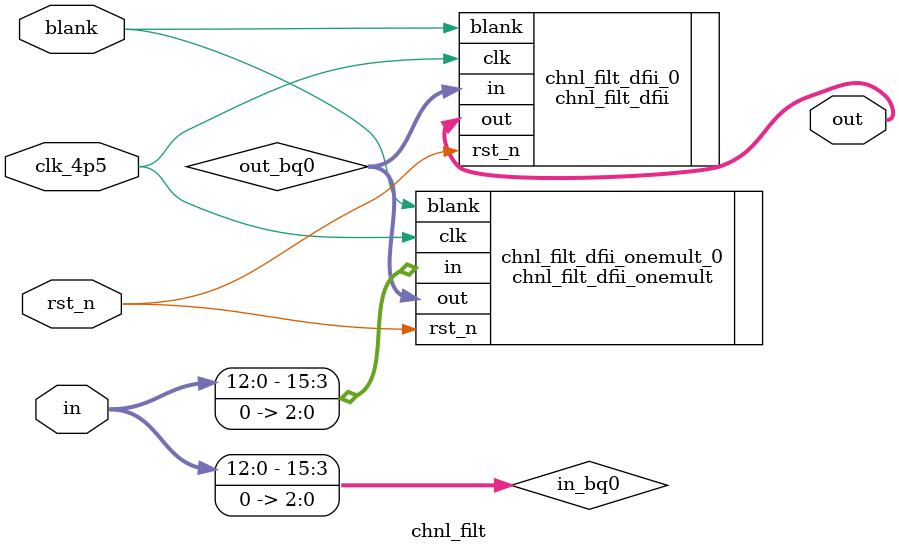
<source format=v>

module chnl_filt
    (
        // Inputs
        input    wire    signed    [12:0]    in,
        input    wire                        blank,            // To blank out the TX signal when TX is not just DC
        input    wire                        clk_4p5,
        input    wire                        rst_n,
        // Outputs
        output    wire    signed    [15:0]    out
    );
    
    // Parameter and localparam declarations
    // Register and wire declarations

    wire    signed    [15:0]    in_bq0;
    wire    signed    [19:0]    out_bq0;
    
    // Module declarations
        
    chnl_filt_dfii_onemult chnl_filt_dfii_onemult_0
        (
            .in        (in_bq0),
            .clk       (clk_4p5),
            .blank     (blank),
            .rst_n     (rst_n),
            .out       (out_bq0)
        );
        
    chnl_filt_dfii chnl_filt_dfii_0
        (
            .in        (out_bq0),
            .clk       (clk_4p5),
            .blank     (blank),
            .rst_n     (rst_n),
            .out       (out)
        );
        
        
    // Combinational logic assignments
    
    assign    in_bq0        =    in <<< 3;

    
endmodule
    
</source>
